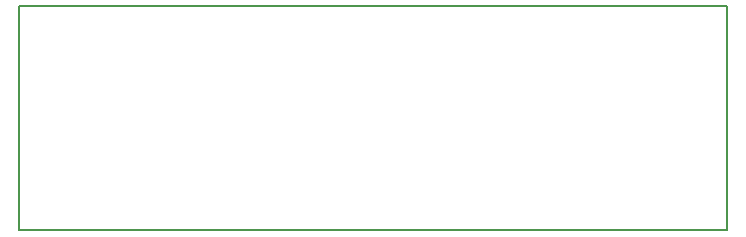
<source format=gbr>
G04 #@! TF.GenerationSoftware,KiCad,Pcbnew,5.0.2-bee76a0~70~ubuntu18.04.1*
G04 #@! TF.CreationDate,2019-02-02T17:17:24+01:00*
G04 #@! TF.ProjectId,roboy_sno,726f626f-795f-4736-9e6f-2e6b69636164,rev?*
G04 #@! TF.SameCoordinates,Original*
G04 #@! TF.FileFunction,Profile,NP*
%FSLAX46Y46*%
G04 Gerber Fmt 4.6, Leading zero omitted, Abs format (unit mm)*
G04 Created by KiCad (PCBNEW 5.0.2-bee76a0~70~ubuntu18.04.1) date Sa 02 Feb 2019 17:17:24 CET*
%MOMM*%
%LPD*%
G01*
G04 APERTURE LIST*
%ADD10C,0.150000*%
G04 APERTURE END LIST*
D10*
X80000000Y-121000000D02*
X80000000Y-140000000D01*
X140000000Y-121000000D02*
X80000000Y-121000000D01*
X140000000Y-140000000D02*
X140000000Y-121000000D01*
X80000000Y-140000000D02*
X140000000Y-140000000D01*
M02*

</source>
